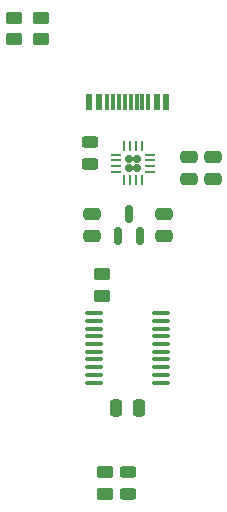
<source format=gbr>
%TF.GenerationSoftware,KiCad,Pcbnew,(6.0.4)*%
%TF.CreationDate,2022-06-12T07:49:14+08:00*%
%TF.ProjectId,G030F6P6_test,47303330-4636-4503-965f-746573742e6b,rev?*%
%TF.SameCoordinates,Original*%
%TF.FileFunction,Paste,Top*%
%TF.FilePolarity,Positive*%
%FSLAX46Y46*%
G04 Gerber Fmt 4.6, Leading zero omitted, Abs format (unit mm)*
G04 Created by KiCad (PCBNEW (6.0.4)) date 2022-06-12 07:49:14*
%MOMM*%
%LPD*%
G01*
G04 APERTURE LIST*
G04 Aperture macros list*
%AMRoundRect*
0 Rectangle with rounded corners*
0 $1 Rounding radius*
0 $2 $3 $4 $5 $6 $7 $8 $9 X,Y pos of 4 corners*
0 Add a 4 corners polygon primitive as box body*
4,1,4,$2,$3,$4,$5,$6,$7,$8,$9,$2,$3,0*
0 Add four circle primitives for the rounded corners*
1,1,$1+$1,$2,$3*
1,1,$1+$1,$4,$5*
1,1,$1+$1,$6,$7*
1,1,$1+$1,$8,$9*
0 Add four rect primitives between the rounded corners*
20,1,$1+$1,$2,$3,$4,$5,0*
20,1,$1+$1,$4,$5,$6,$7,0*
20,1,$1+$1,$6,$7,$8,$9,0*
20,1,$1+$1,$8,$9,$2,$3,0*%
G04 Aperture macros list end*
%ADD10RoundRect,0.243750X0.456250X-0.243750X0.456250X0.243750X-0.456250X0.243750X-0.456250X-0.243750X0*%
%ADD11RoundRect,0.243750X-0.456250X0.243750X-0.456250X-0.243750X0.456250X-0.243750X0.456250X0.243750X0*%
%ADD12RoundRect,0.250000X0.450000X-0.262500X0.450000X0.262500X-0.450000X0.262500X-0.450000X-0.262500X0*%
%ADD13RoundRect,0.250000X-0.450000X0.262500X-0.450000X-0.262500X0.450000X-0.262500X0.450000X0.262500X0*%
%ADD14RoundRect,0.150000X0.150000X-0.587500X0.150000X0.587500X-0.150000X0.587500X-0.150000X-0.587500X0*%
%ADD15RoundRect,0.250000X-0.475000X0.250000X-0.475000X-0.250000X0.475000X-0.250000X0.475000X0.250000X0*%
%ADD16RoundRect,0.157500X0.157500X0.157500X-0.157500X0.157500X-0.157500X-0.157500X0.157500X-0.157500X0*%
%ADD17RoundRect,0.062500X0.375000X0.062500X-0.375000X0.062500X-0.375000X-0.062500X0.375000X-0.062500X0*%
%ADD18RoundRect,0.062500X0.062500X0.375000X-0.062500X0.375000X-0.062500X-0.375000X0.062500X-0.375000X0*%
%ADD19R,0.600000X1.450000*%
%ADD20R,0.300000X1.450000*%
%ADD21RoundRect,0.100000X-0.637500X-0.100000X0.637500X-0.100000X0.637500X0.100000X-0.637500X0.100000X0*%
%ADD22RoundRect,0.250000X0.250000X0.475000X-0.250000X0.475000X-0.250000X-0.475000X0.250000X-0.475000X0*%
G04 APERTURE END LIST*
D10*
%TO.C,D1*%
X130805000Y-97457500D03*
X130805000Y-95582500D03*
%TD*%
D11*
%TO.C,F1*%
X127635000Y-67642500D03*
X127635000Y-69517500D03*
%TD*%
D12*
%TO.C,R1*%
X128651000Y-80668500D03*
X128651000Y-78843500D03*
%TD*%
D13*
%TO.C,R3*%
X123444000Y-57126500D03*
X123444000Y-58951500D03*
%TD*%
%TO.C,R4*%
X128900000Y-95607500D03*
X128900000Y-97432500D03*
%TD*%
D14*
%TO.C,U3*%
X129987000Y-75613500D03*
X131887000Y-75613500D03*
X130937000Y-73738500D03*
%TD*%
D15*
%TO.C,C1*%
X136017000Y-68900000D03*
X136017000Y-70800000D03*
%TD*%
D16*
%TO.C,U1*%
X130917500Y-69105000D03*
X130917500Y-69825000D03*
X131637500Y-69105000D03*
X131637500Y-69825000D03*
D17*
X132715000Y-70215000D03*
X132715000Y-69715000D03*
X132715000Y-69215000D03*
X132715000Y-68715000D03*
D18*
X132027500Y-68027500D03*
X131527500Y-68027500D03*
X131027500Y-68027500D03*
X130527500Y-68027500D03*
D17*
X129840000Y-68715000D03*
X129840000Y-69215000D03*
X129840000Y-69715000D03*
X129840000Y-70215000D03*
D18*
X130527500Y-70902500D03*
X131027500Y-70902500D03*
X131527500Y-70902500D03*
X132027500Y-70902500D03*
%TD*%
D19*
%TO.C,J3*%
X134060000Y-64243000D03*
X133260000Y-64243000D03*
D20*
X132060000Y-64243000D03*
X131060000Y-64243000D03*
X130560000Y-64243000D03*
X129560000Y-64243000D03*
D19*
X128360000Y-64243000D03*
X127560000Y-64243000D03*
X127560000Y-64243000D03*
X128360000Y-64243000D03*
D20*
X129060000Y-64243000D03*
X130060000Y-64243000D03*
X131560000Y-64243000D03*
X132560000Y-64243000D03*
D19*
X133260000Y-64243000D03*
X134060000Y-64243000D03*
%TD*%
D15*
%TO.C,C2*%
X138049000Y-68900000D03*
X138049000Y-70800000D03*
%TD*%
%TO.C,C5*%
X133858000Y-73726000D03*
X133858000Y-75626000D03*
%TD*%
D21*
%TO.C,U2*%
X127947500Y-82165000D03*
X127947500Y-82815000D03*
X127947500Y-83465000D03*
X127947500Y-84115000D03*
X127947500Y-84765000D03*
X127947500Y-85415000D03*
X127947500Y-86065000D03*
X127947500Y-86715000D03*
X127947500Y-87365000D03*
X127947500Y-88015000D03*
X133672500Y-88015000D03*
X133672500Y-87365000D03*
X133672500Y-86715000D03*
X133672500Y-86065000D03*
X133672500Y-85415000D03*
X133672500Y-84765000D03*
X133672500Y-84115000D03*
X133672500Y-83465000D03*
X133672500Y-82815000D03*
X133672500Y-82165000D03*
%TD*%
D15*
%TO.C,C4*%
X127762000Y-73726000D03*
X127762000Y-75626000D03*
%TD*%
D22*
%TO.C,C3*%
X131760000Y-90170000D03*
X129860000Y-90170000D03*
%TD*%
D13*
%TO.C,R2*%
X121158000Y-57126500D03*
X121158000Y-58951500D03*
%TD*%
M02*

</source>
